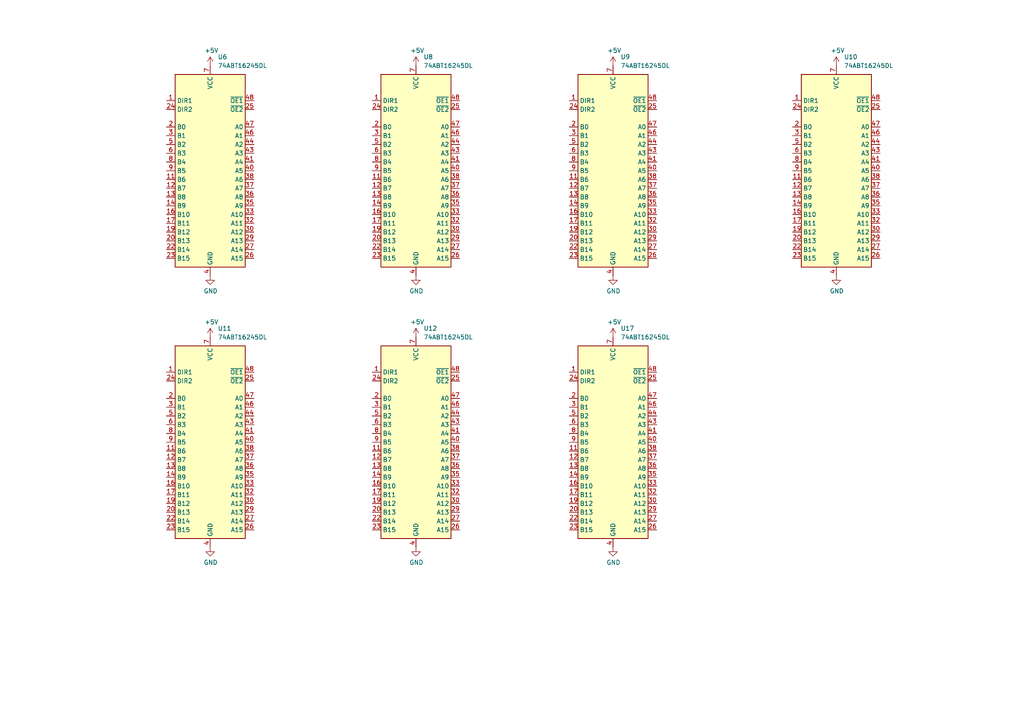
<source format=kicad_sch>
(kicad_sch (version 20230121) (generator eeschema)
  (paper "A4")
  (lib_symbols
    (symbol "Computie_Transceivers:74ABT16245DL"
      (property "Reference" "U" (at -10.16 29.21 0))
      (property "Value" "74ABT16245DL" (at 2.54 -29.21 0))
      (symbol "74ABT16245DL_1_1"
        (rectangle (start -10.16 27.94) (end 10.16 -27.94) (stroke (width 0.254)) (fill (type background)))
        (pin input line (at -12.7 20.32 0) (length 2.54) (name "DIR1") (number "1"))
        (pin passive line (at 0 -30.48 90) (length 2.54) hide (name "GND") (number "10"))
        (pin bidirectional line (at -12.7 -2.54 0) (length 2.54) (name "B6") (number "11"))
        (pin bidirectional line (at -12.7 -5.08 0) (length 2.54) (name "B7") (number "12"))
        (pin bidirectional line (at -12.7 -7.62 0) (length 2.54) (name "B8") (number "13"))
        (pin bidirectional line (at -12.7 -10.16 0) (length 2.54) (name "B9") (number "14"))
        (pin passive line (at 0 -30.48 90) (length 2.54) hide (name "GND") (number "15"))
        (pin bidirectional line (at -12.7 -12.7 0) (length 2.54) (name "B10") (number "16"))
        (pin bidirectional line (at -12.7 -15.24 0) (length 2.54) (name "B11") (number "17"))
        (pin passive line (at 0 30.48 270) (length 2.54) hide (name "VCC") (number "18"))
        (pin bidirectional line (at -12.7 -17.78 0) (length 2.54) (name "B12") (number "19"))
        (pin bidirectional line (at -12.7 12.7 0) (length 2.54) (name "B0") (number "2"))
        (pin bidirectional line (at -12.7 -20.32 0) (length 2.54) (name "B13") (number "20"))
        (pin passive line (at 0 -30.48 90) (length 2.54) hide (name "GND") (number "21"))
        (pin bidirectional line (at -12.7 -22.86 0) (length 2.54) (name "B14") (number "22"))
        (pin bidirectional line (at -12.7 -25.4 0) (length 2.54) (name "B15") (number "23"))
        (pin input line (at -12.7 17.78 0) (length 2.54) (name "DIR2") (number "24"))
        (pin input line (at 12.7 17.78 180) (length 2.54) (name "~{OE2}") (number "25"))
        (pin bidirectional line (at 12.7 -25.4 180) (length 2.54) (name "A15") (number "26"))
        (pin bidirectional line (at 12.7 -22.86 180) (length 2.54) (name "A14") (number "27"))
        (pin passive line (at 0 -30.48 90) (length 2.54) hide (name "GND") (number "28"))
        (pin bidirectional line (at 12.7 -20.32 180) (length 2.54) (name "A13") (number "29"))
        (pin bidirectional line (at -12.7 10.16 0) (length 2.54) (name "B1") (number "3"))
        (pin bidirectional line (at 12.7 -17.78 180) (length 2.54) (name "A12") (number "30"))
        (pin power_in line (at 0 30.48 270) (length 2.54) hide (name "VCC") (number "31"))
        (pin bidirectional line (at 12.7 -15.24 180) (length 2.54) (name "A11") (number "32"))
        (pin bidirectional line (at 12.7 -12.7 180) (length 2.54) (name "A10") (number "33"))
        (pin passive line (at 0 -30.48 90) (length 2.54) hide (name "GND") (number "34"))
        (pin bidirectional line (at 12.7 -10.16 180) (length 2.54) (name "A9") (number "35"))
        (pin bidirectional line (at 12.7 -7.62 180) (length 2.54) (name "A8") (number "36"))
        (pin bidirectional line (at 12.7 -5.08 180) (length 2.54) (name "A7") (number "37"))
        (pin bidirectional line (at 12.7 -2.54 180) (length 2.54) (name "A6") (number "38"))
        (pin passive line (at 0 -30.48 90) (length 2.54) hide (name "GND") (number "39"))
        (pin power_in line (at 0 -30.48 90) (length 2.54) (name "GND") (number "4"))
        (pin bidirectional line (at 12.7 0 180) (length 2.54) (name "A5") (number "40"))
        (pin bidirectional line (at 12.7 2.54 180) (length 2.54) (name "A4") (number "41"))
        (pin passive line (at 0 30.48 270) (length 2.54) hide (name "VCC") (number "42"))
        (pin bidirectional line (at 12.7 5.08 180) (length 2.54) (name "A3") (number "43"))
        (pin bidirectional line (at 12.7 7.62 180) (length 2.54) (name "A2") (number "44"))
        (pin passive line (at 0 -30.48 90) (length 2.54) hide (name "GND") (number "45"))
        (pin bidirectional line (at 12.7 10.16 180) (length 2.54) (name "A1") (number "46"))
        (pin bidirectional line (at 12.7 12.7 180) (length 2.54) (name "A0") (number "47"))
        (pin input line (at 12.7 20.32 180) (length 2.54) (name "~{OE1}") (number "48"))
        (pin bidirectional line (at -12.7 7.62 0) (length 2.54) (name "B2") (number "5"))
        (pin bidirectional line (at -12.7 5.08 0) (length 2.54) (name "B3") (number "6"))
        (pin power_in line (at 0 30.48 270) (length 2.54) (name "VCC") (number "7"))
        (pin bidirectional line (at -12.7 2.54 0) (length 2.54) (name "B4") (number "8"))
        (pin bidirectional line (at -12.7 0 0) (length 2.54) (name "B5") (number "9"))
      )
    )
    (symbol "power:+5V" (power) (pin_names (offset 0))
      (property "Value" "+5V" (at 0 3.556 0))
      (symbol "+5V_0_1"
        (polyline (pts (xy -0.762 1.27) (xy 0 2.54)))
        (polyline (pts (xy 0 0) (xy 0 2.54)))
        (polyline (pts (xy 0 2.54) (xy 0.762 1.27)))
      )
      (symbol "+5V_1_1"
        (pin power_in line (at 0 0 90) (length 0) hide (name "+5V") (number "1"))
      )
    )
    (symbol "power:GND" (power) (pin_names (offset 0))
      (property "Value" "GND" (at 0 -3.81 0))
      (symbol "GND_0_1"
        (polyline (pts (xy 0 0) (xy 0 -1.27) (xy 1.27 -1.27) (xy 0 -2.54) (xy -1.27 -1.27) (xy 0 -1.27)))
      )
      (symbol "GND_1_1"
        (pin power_in line (at 0 0 270) (length 0) hide (name "GND") (number "1"))
      )
    )
  )
  (symbol (lib_id "power:+5V") (at 120.65 97.79 0) (unit 1)
    (property "Reference" "#PWR01" (effects hide))
    (property "Value" "+5V" (at 121.031 93.3958 0))
    (instances (project "IVC-k30" (path "" (reference "#PWR01") (unit 1)) (path "" (reference "#PWR038") (unit 1))) (project "k30-SBC" (path "" (reference "#PWR01") (unit 1))))
  )
  (symbol (lib_id "Computie_Transceivers:74ABT16245DL") (at 60.96 128.27 0) (unit 1)
    (property "Reference" "U11" (at 63.1541 95.25 0) (effects (justify left)))
    (property "Value" "74ABT16245DL" (at 63.1541 97.79 0) (effects (justify left)))
    (property "Footprint" "Package_SO:TSSOP-48_6.1x12.5mm_P0.5mm" (effects hide))
    (property "Datasheet" "https://assets.nexperia.com/documents/data-sheet/74ALVC164245.pdf" (effects hide))
  )
  (symbol (lib_id "power:GND") (at 120.65 158.75 0) (unit 1)
    (property "Reference" "#PWR032" (effects hide))
    (property "Value" "GND" (at 120.777 163.1442 0))
    (instances (project "IVC-k30" (path "" (reference "#PWR032") (unit 1)) (path "" (reference "#PWR047") (unit 1))) (project "k30-SBC" (path "" (reference "#PWR032") (unit 1))))
  )
  (symbol (lib_id "power:GND") (at 120.65 80.01 0) (unit 1)
    (property "Reference" "#PWR032" (effects hide))
    (property "Value" "GND" (at 120.777 84.4042 0))
    (instances (project "IVC-k30" (path "" (reference "#PWR032") (unit 1)) (path "" (reference "#PWR043") (unit 1))) (project "k30-SBC" (path "" (reference "#PWR032") (unit 1))))
  )
  (symbol (lib_id "power:+5V") (at 177.8 19.05 0) (unit 1)
    (property "Reference" "#PWR01" (effects hide))
    (property "Value" "+5V" (at 178.181 14.6558 0))
    (instances (project "IVC-k30" (path "" (reference "#PWR01") (unit 1)) (path "" (reference "#PWR013") (unit 1))) (project "k30-SBC" (path "" (reference "#PWR01") (unit 1))))
  )
  (symbol (lib_id "Computie_Transceivers:74ABT16245DL") (at 120.65 49.53 0) (unit 1)
    (property "Reference" "U8" (at 122.8441 16.51 0) (effects (justify left)))
    (property "Value" "74ABT16245DL" (at 122.8441 19.05 0) (effects (justify left)))
    (property "Footprint" "Package_SO:TSSOP-48_6.1x12.5mm_P0.5mm" (effects hide))
    (property "Datasheet" "https://assets.nexperia.com/documents/data-sheet/74ALVC164245.pdf" (effects hide))
  )
  (symbol (lib_id "power:GND") (at 177.8 158.75 0) (unit 1)
    (property "Reference" "#PWR032" (effects hide))
    (property "Value" "GND" (at 177.927 163.1442 0))
    (instances (project "IVC-k30" (path "" (reference "#PWR032") (unit 1)) (path "" (reference "#PWR046") (unit 1))) (project "k30-SBC" (path "" (reference "#PWR032") (unit 1))))
  )
  (symbol (lib_id "power:GND") (at 242.57 80.01 0) (unit 1)
    (property "Reference" "#PWR032" (effects hide))
    (property "Value" "GND" (at 242.697 84.4042 0))
    (instances (project "IVC-k30" (path "" (reference "#PWR032") (unit 1)) (path "" (reference "#PWR045") (unit 1))) (project "k30-SBC" (path "" (reference "#PWR032") (unit 1))))
  )
  (symbol (lib_id "Computie_Transceivers:74ABT16245DL") (at 60.96 49.53 0) (unit 1)
    (property "Reference" "U6" (at 63.1541 16.51 0) (effects (justify left)))
    (property "Value" "74ABT16245DL" (at 63.1541 19.05 0) (effects (justify left)))
    (property "Footprint" "Package_SO:TSSOP-48_6.1x12.5mm_P0.5mm" (effects hide))
    (property "Datasheet" "https://assets.nexperia.com/documents/data-sheet/74ALVC164245.pdf" (effects hide))
  )
  (symbol (lib_id "Computie_Transceivers:74ABT16245DL") (at 120.65 128.27 0) (unit 1)
    (property "Reference" "U12" (at 122.8441 95.25 0) (effects (justify left)))
    (property "Value" "74ABT16245DL" (at 122.8441 97.79 0) (effects (justify left)))
    (property "Footprint" "Package_SO:TSSOP-48_6.1x12.5mm_P0.5mm" (effects hide))
    (property "Datasheet" "https://assets.nexperia.com/documents/data-sheet/74ALVC164245.pdf" (effects hide))
  )
  (symbol (lib_id "power:+5V") (at 242.57 19.05 0) (unit 1)
    (property "Reference" "#PWR01" (effects hide))
    (property "Value" "+5V" (at 242.951 14.6558 0))
    (instances (project "IVC-k30" (path "" (reference "#PWR01") (unit 1)) (path "" (reference "#PWR014") (unit 1))) (project "k30-SBC" (path "" (reference "#PWR01") (unit 1))))
  )
  (symbol (lib_id "power:+5V") (at 120.65 19.05 0) (unit 1)
    (property "Reference" "#PWR01" (effects hide))
    (property "Value" "+5V" (at 121.031 14.6558 0))
    (instances (project "IVC-k30" (path "" (reference "#PWR01") (unit 1)) (path "" (reference "#PWR012") (unit 1))) (project "k30-SBC" (path "" (reference "#PWR01") (unit 1))))
  )
  (symbol (lib_id "power:GND") (at 60.96 80.01 0) (unit 1)
    (property "Reference" "#PWR032" (effects hide))
    (property "Value" "GND" (at 61.087 84.4042 0))
    (instances (project "IVC-k30" (path "" (reference "#PWR032") (unit 1)) (path "" (reference "#PWR042") (unit 1))) (project "k30-SBC" (path "" (reference "#PWR032") (unit 1))))
  )
  (symbol (lib_id "Computie_Transceivers:74ABT16245DL") (at 242.57 49.53 0) (unit 1)
    (property "Reference" "U10" (at 244.7641 16.51 0) (effects (justify left)))
    (property "Value" "74ABT16245DL" (at 244.7641 19.05 0) (effects (justify left)))
    (property "Footprint" "Package_SO:TSSOP-48_6.1x12.5mm_P0.5mm" (effects hide))
    (property "Datasheet" "https://assets.nexperia.com/documents/data-sheet/74ALVC164245.pdf" (effects hide))
  )
  (symbol (lib_id "power:GND") (at 177.8 80.01 0) (unit 1)
    (property "Reference" "#PWR032" (effects hide))
    (property "Value" "GND" (at 177.927 84.4042 0))
    (instances (project "IVC-k30" (path "" (reference "#PWR032") (unit 1)) (path "" (reference "#PWR044") (unit 1))) (project "k30-SBC" (path "" (reference "#PWR032") (unit 1))))
  )
  (symbol (lib_id "power:+5V") (at 60.96 19.05 0) (unit 1)
    (property "Reference" "#PWR01" (effects hide))
    (property "Value" "+5V" (at 61.341 14.6558 0))
    (instances (project "IVC-k30" (path "" (reference "#PWR01") (unit 1)) (path "" (reference "#PWR011") (unit 1))) (project "k30-SBC" (path "" (reference "#PWR01") (unit 1))))
  )
  (symbol (lib_id "power:GND") (at 60.96 158.75 0) (unit 1)
    (property "Reference" "#PWR032" (effects hide))
    (property "Value" "GND" (at 61.087 163.1442 0))
    (instances (project "IVC-k30" (path "" (reference "#PWR032") (unit 1)) (path "" (reference "#PWR048") (unit 1))) (project "k30-SBC" (path "" (reference "#PWR032") (unit 1))))
  )
  (symbol (lib_id "power:+5V") (at 60.96 97.79 0) (unit 1)
    (property "Reference" "#PWR01" (effects hide))
    (property "Value" "+5V" (at 61.341 93.3958 0))
    (instances (project "IVC-k30" (path "" (reference "#PWR01") (unit 1)) (path "" (reference "#PWR039") (unit 1))) (project "k30-SBC" (path "" (reference "#PWR01") (unit 1))))
  )
  (symbol (lib_id "power:+5V") (at 177.8 97.79 0) (unit 1)
    (property "Reference" "#PWR01" (effects hide))
    (property "Value" "+5V" (at 178.181 93.3958 0))
    (instances (project "IVC-k30" (path "" (reference "#PWR01") (unit 1)) (path "" (reference "#PWR015") (unit 1))) (project "k30-SBC" (path "" (reference "#PWR01") (unit 1))))
  )
  (symbol (lib_id "Computie_Transceivers:74ABT16245DL") (at 177.8 128.27 0) (unit 1)
    (property "Reference" "U17" (at 179.9941 95.25 0) (effects (justify left)))
    (property "Value" "74ABT16245DL" (at 179.9941 97.79 0) (effects (justify left)))
    (property "Footprint" "Package_SO:TSSOP-48_6.1x12.5mm_P0.5mm" (effects hide))
    (property "Datasheet" "https://assets.nexperia.com/documents/data-sheet/74ALVC164245.pdf" (effects hide))
  )
  (symbol (lib_id "Computie_Transceivers:74ABT16245DL") (at 177.8 49.53 0) (unit 1)
    (property "Reference" "U9" (at 179.9941 16.51 0) (effects (justify left)))
    (property "Value" "74ABT16245DL" (at 179.9941 19.05 0) (effects (justify left)))
    (property "Footprint" "Package_SO:TSSOP-48_6.1x12.5mm_P0.5mm" (effects hide))
    (property "Datasheet" "https://assets.nexperia.com/documents/data-sheet/74ALVC164245.pdf" (effects hide))
  )
)
</source>
